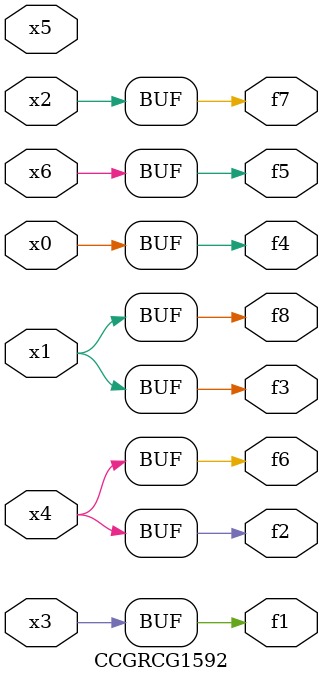
<source format=v>
module CCGRCG1592(
	input x0, x1, x2, x3, x4, x5, x6,
	output f1, f2, f3, f4, f5, f6, f7, f8
);
	assign f1 = x3;
	assign f2 = x4;
	assign f3 = x1;
	assign f4 = x0;
	assign f5 = x6;
	assign f6 = x4;
	assign f7 = x2;
	assign f8 = x1;
endmodule

</source>
